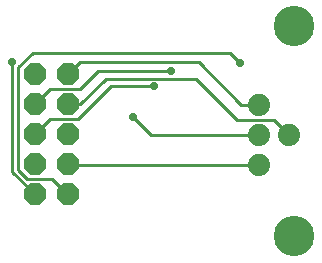
<source format=gbl>
G75*
%MOIN*%
%OFA0B0*%
%FSLAX25Y25*%
%IPPOS*%
%LPD*%
%AMOC8*
5,1,8,0,0,1.08239X$1,22.5*
%
%ADD10OC8,0.07400*%
%ADD11C,0.07400*%
%ADD12C,0.02900*%
%ADD13C,0.00900*%
%ADD14C,0.13500*%
D10*
X0090178Y0133901D03*
X0101178Y0133901D03*
X0101178Y0143901D03*
X0090178Y0143901D03*
X0090178Y0153901D03*
X0101178Y0153901D03*
X0101178Y0163901D03*
X0090178Y0163901D03*
X0090178Y0173901D03*
X0101178Y0173901D03*
D11*
X0164808Y0163753D03*
X0164808Y0153753D03*
X0174888Y0153693D03*
X0164808Y0143753D03*
D12*
X0122868Y0159853D03*
X0129898Y0169901D03*
X0135398Y0175101D03*
X0158568Y0177773D03*
X0082548Y0178193D03*
D13*
X0082548Y0141531D01*
X0090178Y0133901D01*
X0095708Y0138993D02*
X0100800Y0133901D01*
X0101178Y0133901D01*
X0095708Y0138993D02*
X0087588Y0138993D01*
X0084648Y0141933D01*
X0084648Y0176373D01*
X0089408Y0181133D01*
X0155208Y0181133D01*
X0158568Y0177773D01*
X0144708Y0178053D02*
X0105330Y0178053D01*
X0101178Y0173901D01*
X0105178Y0168901D02*
X0095178Y0168901D01*
X0090178Y0163901D01*
X0101178Y0163901D02*
X0105216Y0163901D01*
X0113768Y0172453D01*
X0143868Y0172453D01*
X0157588Y0158733D01*
X0169848Y0158733D01*
X0174888Y0153693D01*
X0164808Y0153753D02*
X0128968Y0153753D01*
X0122868Y0159853D01*
X0115678Y0169901D02*
X0104678Y0158901D01*
X0095178Y0158901D01*
X0090178Y0153901D01*
X0101178Y0143901D02*
X0101326Y0143753D01*
X0164808Y0143753D01*
X0164808Y0163753D02*
X0159008Y0163753D01*
X0144708Y0178053D01*
X0135398Y0175101D02*
X0111278Y0175101D01*
X0105178Y0168901D01*
X0115678Y0169901D02*
X0129898Y0169901D01*
D14*
X0176528Y0119903D03*
X0176528Y0189903D03*
M02*

</source>
